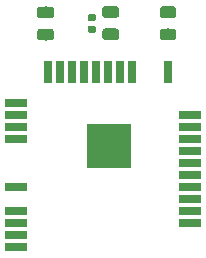
<source format=gtp>
G04 #@! TF.GenerationSoftware,KiCad,Pcbnew,5.1.4-e60b266~84~ubuntu19.04.1*
G04 #@! TF.CreationDate,2019-10-25T13:24:14-07:00*
G04 #@! TF.ProjectId,Wifi-FeatherWing,57696669-2d46-4656-9174-68657257696e,rev?*
G04 #@! TF.SameCoordinates,Original*
G04 #@! TF.FileFunction,Paste,Top*
G04 #@! TF.FilePolarity,Positive*
%FSLAX46Y46*%
G04 Gerber Fmt 4.6, Leading zero omitted, Abs format (unit mm)*
G04 Created by KiCad (PCBNEW 5.1.4-e60b266~84~ubuntu19.04.1) date 2019-10-25 13:24:14*
%MOMM*%
%LPD*%
G04 APERTURE LIST*
%ADD10C,0.100000*%
%ADD11R,1.900000X0.800000*%
%ADD12R,0.800000X1.900000*%
%ADD13R,3.700000X3.700000*%
%ADD14C,0.975000*%
%ADD15C,0.590000*%
G04 APERTURE END LIST*
D10*
G36*
X155071000Y-112246430D02*
G01*
X152729964Y-112246430D01*
X152729964Y-109911600D01*
X155071000Y-109911600D01*
X155071000Y-112246430D01*
G37*
D11*
X146051000Y-107481600D03*
X146051000Y-108497600D03*
X146051000Y-109513600D03*
X146051000Y-110529600D03*
X146051000Y-114593600D03*
X146051000Y-116625600D03*
X146051000Y-117641600D03*
X146051000Y-118657600D03*
X146051000Y-119673600D03*
X160781000Y-117635600D03*
X160781000Y-116619600D03*
X160781000Y-115603600D03*
X160781000Y-114587600D03*
X160781000Y-113571600D03*
X160781000Y-112555600D03*
X160781000Y-111539600D03*
X160781000Y-110523600D03*
X160781000Y-109507600D03*
X160781000Y-108491600D03*
D12*
X158881000Y-104811600D03*
X155833000Y-104811600D03*
X154817000Y-104811600D03*
X153801000Y-104811600D03*
X152785000Y-104811600D03*
X151769000Y-104811600D03*
X150753000Y-104811600D03*
X149737000Y-104811600D03*
X148721000Y-104811600D03*
D13*
X153901000Y-111081600D03*
D10*
G36*
X154531142Y-101162174D02*
G01*
X154554803Y-101165684D01*
X154578007Y-101171496D01*
X154600529Y-101179554D01*
X154622153Y-101189782D01*
X154642670Y-101202079D01*
X154661883Y-101216329D01*
X154679607Y-101232393D01*
X154695671Y-101250117D01*
X154709921Y-101269330D01*
X154722218Y-101289847D01*
X154732446Y-101311471D01*
X154740504Y-101333993D01*
X154746316Y-101357197D01*
X154749826Y-101380858D01*
X154751000Y-101404750D01*
X154751000Y-101892250D01*
X154749826Y-101916142D01*
X154746316Y-101939803D01*
X154740504Y-101963007D01*
X154732446Y-101985529D01*
X154722218Y-102007153D01*
X154709921Y-102027670D01*
X154695671Y-102046883D01*
X154679607Y-102064607D01*
X154661883Y-102080671D01*
X154642670Y-102094921D01*
X154622153Y-102107218D01*
X154600529Y-102117446D01*
X154578007Y-102125504D01*
X154554803Y-102131316D01*
X154531142Y-102134826D01*
X154507250Y-102136000D01*
X153594750Y-102136000D01*
X153570858Y-102134826D01*
X153547197Y-102131316D01*
X153523993Y-102125504D01*
X153501471Y-102117446D01*
X153479847Y-102107218D01*
X153459330Y-102094921D01*
X153440117Y-102080671D01*
X153422393Y-102064607D01*
X153406329Y-102046883D01*
X153392079Y-102027670D01*
X153379782Y-102007153D01*
X153369554Y-101985529D01*
X153361496Y-101963007D01*
X153355684Y-101939803D01*
X153352174Y-101916142D01*
X153351000Y-101892250D01*
X153351000Y-101404750D01*
X153352174Y-101380858D01*
X153355684Y-101357197D01*
X153361496Y-101333993D01*
X153369554Y-101311471D01*
X153379782Y-101289847D01*
X153392079Y-101269330D01*
X153406329Y-101250117D01*
X153422393Y-101232393D01*
X153440117Y-101216329D01*
X153459330Y-101202079D01*
X153479847Y-101189782D01*
X153501471Y-101179554D01*
X153523993Y-101171496D01*
X153547197Y-101165684D01*
X153570858Y-101162174D01*
X153594750Y-101161000D01*
X154507250Y-101161000D01*
X154531142Y-101162174D01*
X154531142Y-101162174D01*
G37*
D14*
X154051000Y-101648500D03*
D10*
G36*
X154531142Y-99287174D02*
G01*
X154554803Y-99290684D01*
X154578007Y-99296496D01*
X154600529Y-99304554D01*
X154622153Y-99314782D01*
X154642670Y-99327079D01*
X154661883Y-99341329D01*
X154679607Y-99357393D01*
X154695671Y-99375117D01*
X154709921Y-99394330D01*
X154722218Y-99414847D01*
X154732446Y-99436471D01*
X154740504Y-99458993D01*
X154746316Y-99482197D01*
X154749826Y-99505858D01*
X154751000Y-99529750D01*
X154751000Y-100017250D01*
X154749826Y-100041142D01*
X154746316Y-100064803D01*
X154740504Y-100088007D01*
X154732446Y-100110529D01*
X154722218Y-100132153D01*
X154709921Y-100152670D01*
X154695671Y-100171883D01*
X154679607Y-100189607D01*
X154661883Y-100205671D01*
X154642670Y-100219921D01*
X154622153Y-100232218D01*
X154600529Y-100242446D01*
X154578007Y-100250504D01*
X154554803Y-100256316D01*
X154531142Y-100259826D01*
X154507250Y-100261000D01*
X153594750Y-100261000D01*
X153570858Y-100259826D01*
X153547197Y-100256316D01*
X153523993Y-100250504D01*
X153501471Y-100242446D01*
X153479847Y-100232218D01*
X153459330Y-100219921D01*
X153440117Y-100205671D01*
X153422393Y-100189607D01*
X153406329Y-100171883D01*
X153392079Y-100152670D01*
X153379782Y-100132153D01*
X153369554Y-100110529D01*
X153361496Y-100088007D01*
X153355684Y-100064803D01*
X153352174Y-100041142D01*
X153351000Y-100017250D01*
X153351000Y-99529750D01*
X153352174Y-99505858D01*
X153355684Y-99482197D01*
X153361496Y-99458993D01*
X153369554Y-99436471D01*
X153379782Y-99414847D01*
X153392079Y-99394330D01*
X153406329Y-99375117D01*
X153422393Y-99357393D01*
X153440117Y-99341329D01*
X153459330Y-99327079D01*
X153479847Y-99314782D01*
X153501471Y-99304554D01*
X153523993Y-99296496D01*
X153547197Y-99290684D01*
X153570858Y-99287174D01*
X153594750Y-99286000D01*
X154507250Y-99286000D01*
X154531142Y-99287174D01*
X154531142Y-99287174D01*
G37*
D14*
X154051000Y-99773500D03*
D10*
G36*
X149019342Y-99314874D02*
G01*
X149043003Y-99318384D01*
X149066207Y-99324196D01*
X149088729Y-99332254D01*
X149110353Y-99342482D01*
X149130870Y-99354779D01*
X149150083Y-99369029D01*
X149167807Y-99385093D01*
X149183871Y-99402817D01*
X149198121Y-99422030D01*
X149210418Y-99442547D01*
X149220646Y-99464171D01*
X149228704Y-99486693D01*
X149234516Y-99509897D01*
X149238026Y-99533558D01*
X149239200Y-99557450D01*
X149239200Y-100044950D01*
X149238026Y-100068842D01*
X149234516Y-100092503D01*
X149228704Y-100115707D01*
X149220646Y-100138229D01*
X149210418Y-100159853D01*
X149198121Y-100180370D01*
X149183871Y-100199583D01*
X149167807Y-100217307D01*
X149150083Y-100233371D01*
X149130870Y-100247621D01*
X149110353Y-100259918D01*
X149088729Y-100270146D01*
X149066207Y-100278204D01*
X149043003Y-100284016D01*
X149019342Y-100287526D01*
X148995450Y-100288700D01*
X148082950Y-100288700D01*
X148059058Y-100287526D01*
X148035397Y-100284016D01*
X148012193Y-100278204D01*
X147989671Y-100270146D01*
X147968047Y-100259918D01*
X147947530Y-100247621D01*
X147928317Y-100233371D01*
X147910593Y-100217307D01*
X147894529Y-100199583D01*
X147880279Y-100180370D01*
X147867982Y-100159853D01*
X147857754Y-100138229D01*
X147849696Y-100115707D01*
X147843884Y-100092503D01*
X147840374Y-100068842D01*
X147839200Y-100044950D01*
X147839200Y-99557450D01*
X147840374Y-99533558D01*
X147843884Y-99509897D01*
X147849696Y-99486693D01*
X147857754Y-99464171D01*
X147867982Y-99442547D01*
X147880279Y-99422030D01*
X147894529Y-99402817D01*
X147910593Y-99385093D01*
X147928317Y-99369029D01*
X147947530Y-99354779D01*
X147968047Y-99342482D01*
X147989671Y-99332254D01*
X148012193Y-99324196D01*
X148035397Y-99318384D01*
X148059058Y-99314874D01*
X148082950Y-99313700D01*
X148995450Y-99313700D01*
X149019342Y-99314874D01*
X149019342Y-99314874D01*
G37*
D14*
X148539200Y-99801200D03*
D10*
G36*
X149019342Y-101189874D02*
G01*
X149043003Y-101193384D01*
X149066207Y-101199196D01*
X149088729Y-101207254D01*
X149110353Y-101217482D01*
X149130870Y-101229779D01*
X149150083Y-101244029D01*
X149167807Y-101260093D01*
X149183871Y-101277817D01*
X149198121Y-101297030D01*
X149210418Y-101317547D01*
X149220646Y-101339171D01*
X149228704Y-101361693D01*
X149234516Y-101384897D01*
X149238026Y-101408558D01*
X149239200Y-101432450D01*
X149239200Y-101919950D01*
X149238026Y-101943842D01*
X149234516Y-101967503D01*
X149228704Y-101990707D01*
X149220646Y-102013229D01*
X149210418Y-102034853D01*
X149198121Y-102055370D01*
X149183871Y-102074583D01*
X149167807Y-102092307D01*
X149150083Y-102108371D01*
X149130870Y-102122621D01*
X149110353Y-102134918D01*
X149088729Y-102145146D01*
X149066207Y-102153204D01*
X149043003Y-102159016D01*
X149019342Y-102162526D01*
X148995450Y-102163700D01*
X148082950Y-102163700D01*
X148059058Y-102162526D01*
X148035397Y-102159016D01*
X148012193Y-102153204D01*
X147989671Y-102145146D01*
X147968047Y-102134918D01*
X147947530Y-102122621D01*
X147928317Y-102108371D01*
X147910593Y-102092307D01*
X147894529Y-102074583D01*
X147880279Y-102055370D01*
X147867982Y-102034853D01*
X147857754Y-102013229D01*
X147849696Y-101990707D01*
X147843884Y-101967503D01*
X147840374Y-101943842D01*
X147839200Y-101919950D01*
X147839200Y-101432450D01*
X147840374Y-101408558D01*
X147843884Y-101384897D01*
X147849696Y-101361693D01*
X147857754Y-101339171D01*
X147867982Y-101317547D01*
X147880279Y-101297030D01*
X147894529Y-101277817D01*
X147910593Y-101260093D01*
X147928317Y-101244029D01*
X147947530Y-101229779D01*
X147968047Y-101217482D01*
X147989671Y-101207254D01*
X148012193Y-101199196D01*
X148035397Y-101193384D01*
X148059058Y-101189874D01*
X148082950Y-101188700D01*
X148995450Y-101188700D01*
X149019342Y-101189874D01*
X149019342Y-101189874D01*
G37*
D14*
X148539200Y-101676200D03*
D10*
G36*
X159382542Y-101174874D02*
G01*
X159406203Y-101178384D01*
X159429407Y-101184196D01*
X159451929Y-101192254D01*
X159473553Y-101202482D01*
X159494070Y-101214779D01*
X159513283Y-101229029D01*
X159531007Y-101245093D01*
X159547071Y-101262817D01*
X159561321Y-101282030D01*
X159573618Y-101302547D01*
X159583846Y-101324171D01*
X159591904Y-101346693D01*
X159597716Y-101369897D01*
X159601226Y-101393558D01*
X159602400Y-101417450D01*
X159602400Y-101904950D01*
X159601226Y-101928842D01*
X159597716Y-101952503D01*
X159591904Y-101975707D01*
X159583846Y-101998229D01*
X159573618Y-102019853D01*
X159561321Y-102040370D01*
X159547071Y-102059583D01*
X159531007Y-102077307D01*
X159513283Y-102093371D01*
X159494070Y-102107621D01*
X159473553Y-102119918D01*
X159451929Y-102130146D01*
X159429407Y-102138204D01*
X159406203Y-102144016D01*
X159382542Y-102147526D01*
X159358650Y-102148700D01*
X158446150Y-102148700D01*
X158422258Y-102147526D01*
X158398597Y-102144016D01*
X158375393Y-102138204D01*
X158352871Y-102130146D01*
X158331247Y-102119918D01*
X158310730Y-102107621D01*
X158291517Y-102093371D01*
X158273793Y-102077307D01*
X158257729Y-102059583D01*
X158243479Y-102040370D01*
X158231182Y-102019853D01*
X158220954Y-101998229D01*
X158212896Y-101975707D01*
X158207084Y-101952503D01*
X158203574Y-101928842D01*
X158202400Y-101904950D01*
X158202400Y-101417450D01*
X158203574Y-101393558D01*
X158207084Y-101369897D01*
X158212896Y-101346693D01*
X158220954Y-101324171D01*
X158231182Y-101302547D01*
X158243479Y-101282030D01*
X158257729Y-101262817D01*
X158273793Y-101245093D01*
X158291517Y-101229029D01*
X158310730Y-101214779D01*
X158331247Y-101202482D01*
X158352871Y-101192254D01*
X158375393Y-101184196D01*
X158398597Y-101178384D01*
X158422258Y-101174874D01*
X158446150Y-101173700D01*
X159358650Y-101173700D01*
X159382542Y-101174874D01*
X159382542Y-101174874D01*
G37*
D14*
X158902400Y-101661200D03*
D10*
G36*
X159382542Y-99299874D02*
G01*
X159406203Y-99303384D01*
X159429407Y-99309196D01*
X159451929Y-99317254D01*
X159473553Y-99327482D01*
X159494070Y-99339779D01*
X159513283Y-99354029D01*
X159531007Y-99370093D01*
X159547071Y-99387817D01*
X159561321Y-99407030D01*
X159573618Y-99427547D01*
X159583846Y-99449171D01*
X159591904Y-99471693D01*
X159597716Y-99494897D01*
X159601226Y-99518558D01*
X159602400Y-99542450D01*
X159602400Y-100029950D01*
X159601226Y-100053842D01*
X159597716Y-100077503D01*
X159591904Y-100100707D01*
X159583846Y-100123229D01*
X159573618Y-100144853D01*
X159561321Y-100165370D01*
X159547071Y-100184583D01*
X159531007Y-100202307D01*
X159513283Y-100218371D01*
X159494070Y-100232621D01*
X159473553Y-100244918D01*
X159451929Y-100255146D01*
X159429407Y-100263204D01*
X159406203Y-100269016D01*
X159382542Y-100272526D01*
X159358650Y-100273700D01*
X158446150Y-100273700D01*
X158422258Y-100272526D01*
X158398597Y-100269016D01*
X158375393Y-100263204D01*
X158352871Y-100255146D01*
X158331247Y-100244918D01*
X158310730Y-100232621D01*
X158291517Y-100218371D01*
X158273793Y-100202307D01*
X158257729Y-100184583D01*
X158243479Y-100165370D01*
X158231182Y-100144853D01*
X158220954Y-100123229D01*
X158212896Y-100100707D01*
X158207084Y-100077503D01*
X158203574Y-100053842D01*
X158202400Y-100029950D01*
X158202400Y-99542450D01*
X158203574Y-99518558D01*
X158207084Y-99494897D01*
X158212896Y-99471693D01*
X158220954Y-99449171D01*
X158231182Y-99427547D01*
X158243479Y-99407030D01*
X158257729Y-99387817D01*
X158273793Y-99370093D01*
X158291517Y-99354029D01*
X158310730Y-99339779D01*
X158331247Y-99327482D01*
X158352871Y-99317254D01*
X158375393Y-99309196D01*
X158398597Y-99303384D01*
X158422258Y-99299874D01*
X158446150Y-99298700D01*
X159358650Y-99298700D01*
X159382542Y-99299874D01*
X159382542Y-99299874D01*
G37*
D14*
X158902400Y-99786200D03*
D10*
G36*
X152650458Y-100924710D02*
G01*
X152664776Y-100926834D01*
X152678817Y-100930351D01*
X152692446Y-100935228D01*
X152705531Y-100941417D01*
X152717947Y-100948858D01*
X152729573Y-100957481D01*
X152740298Y-100967202D01*
X152750019Y-100977927D01*
X152758642Y-100989553D01*
X152766083Y-101001969D01*
X152772272Y-101015054D01*
X152777149Y-101028683D01*
X152780666Y-101042724D01*
X152782790Y-101057042D01*
X152783500Y-101071500D01*
X152783500Y-101366500D01*
X152782790Y-101380958D01*
X152780666Y-101395276D01*
X152777149Y-101409317D01*
X152772272Y-101422946D01*
X152766083Y-101436031D01*
X152758642Y-101448447D01*
X152750019Y-101460073D01*
X152740298Y-101470798D01*
X152729573Y-101480519D01*
X152717947Y-101489142D01*
X152705531Y-101496583D01*
X152692446Y-101502772D01*
X152678817Y-101507649D01*
X152664776Y-101511166D01*
X152650458Y-101513290D01*
X152636000Y-101514000D01*
X152291000Y-101514000D01*
X152276542Y-101513290D01*
X152262224Y-101511166D01*
X152248183Y-101507649D01*
X152234554Y-101502772D01*
X152221469Y-101496583D01*
X152209053Y-101489142D01*
X152197427Y-101480519D01*
X152186702Y-101470798D01*
X152176981Y-101460073D01*
X152168358Y-101448447D01*
X152160917Y-101436031D01*
X152154728Y-101422946D01*
X152149851Y-101409317D01*
X152146334Y-101395276D01*
X152144210Y-101380958D01*
X152143500Y-101366500D01*
X152143500Y-101071500D01*
X152144210Y-101057042D01*
X152146334Y-101042724D01*
X152149851Y-101028683D01*
X152154728Y-101015054D01*
X152160917Y-101001969D01*
X152168358Y-100989553D01*
X152176981Y-100977927D01*
X152186702Y-100967202D01*
X152197427Y-100957481D01*
X152209053Y-100948858D01*
X152221469Y-100941417D01*
X152234554Y-100935228D01*
X152248183Y-100930351D01*
X152262224Y-100926834D01*
X152276542Y-100924710D01*
X152291000Y-100924000D01*
X152636000Y-100924000D01*
X152650458Y-100924710D01*
X152650458Y-100924710D01*
G37*
D15*
X152463500Y-101219000D03*
D10*
G36*
X152650458Y-99954710D02*
G01*
X152664776Y-99956834D01*
X152678817Y-99960351D01*
X152692446Y-99965228D01*
X152705531Y-99971417D01*
X152717947Y-99978858D01*
X152729573Y-99987481D01*
X152740298Y-99997202D01*
X152750019Y-100007927D01*
X152758642Y-100019553D01*
X152766083Y-100031969D01*
X152772272Y-100045054D01*
X152777149Y-100058683D01*
X152780666Y-100072724D01*
X152782790Y-100087042D01*
X152783500Y-100101500D01*
X152783500Y-100396500D01*
X152782790Y-100410958D01*
X152780666Y-100425276D01*
X152777149Y-100439317D01*
X152772272Y-100452946D01*
X152766083Y-100466031D01*
X152758642Y-100478447D01*
X152750019Y-100490073D01*
X152740298Y-100500798D01*
X152729573Y-100510519D01*
X152717947Y-100519142D01*
X152705531Y-100526583D01*
X152692446Y-100532772D01*
X152678817Y-100537649D01*
X152664776Y-100541166D01*
X152650458Y-100543290D01*
X152636000Y-100544000D01*
X152291000Y-100544000D01*
X152276542Y-100543290D01*
X152262224Y-100541166D01*
X152248183Y-100537649D01*
X152234554Y-100532772D01*
X152221469Y-100526583D01*
X152209053Y-100519142D01*
X152197427Y-100510519D01*
X152186702Y-100500798D01*
X152176981Y-100490073D01*
X152168358Y-100478447D01*
X152160917Y-100466031D01*
X152154728Y-100452946D01*
X152149851Y-100439317D01*
X152146334Y-100425276D01*
X152144210Y-100410958D01*
X152143500Y-100396500D01*
X152143500Y-100101500D01*
X152144210Y-100087042D01*
X152146334Y-100072724D01*
X152149851Y-100058683D01*
X152154728Y-100045054D01*
X152160917Y-100031969D01*
X152168358Y-100019553D01*
X152176981Y-100007927D01*
X152186702Y-99997202D01*
X152197427Y-99987481D01*
X152209053Y-99978858D01*
X152221469Y-99971417D01*
X152234554Y-99965228D01*
X152248183Y-99960351D01*
X152262224Y-99956834D01*
X152276542Y-99954710D01*
X152291000Y-99954000D01*
X152636000Y-99954000D01*
X152650458Y-99954710D01*
X152650458Y-99954710D01*
G37*
D15*
X152463500Y-100249000D03*
M02*

</source>
